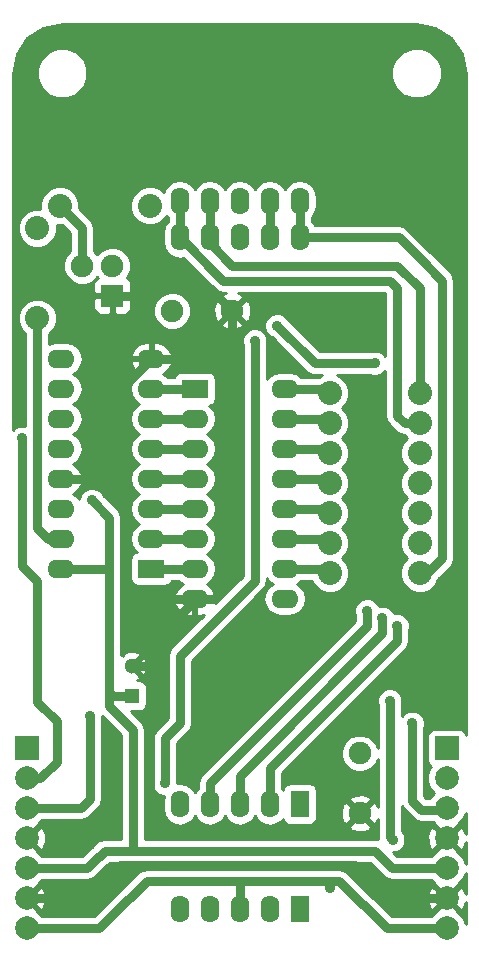
<source format=gbl>
G04 #@! TF.FileFunction,Copper,L2,Bot,Signal*
%FSLAX46Y46*%
G04 Gerber Fmt 4.6, Leading zero omitted, Abs format (unit mm)*
G04 Created by KiCad (PCBNEW 4.0.4-stable) date 01/06/17 15:37:10*
%MOMM*%
%LPD*%
G01*
G04 APERTURE LIST*
%ADD10C,0.150000*%
%ADD11R,1.574800X2.286000*%
%ADD12O,1.574800X2.286000*%
%ADD13C,1.300000*%
%ADD14R,1.300000X1.300000*%
%ADD15C,1.905000*%
%ADD16R,1.998980X1.998980*%
%ADD17C,1.998980*%
%ADD18R,1.905000X1.905000*%
%ADD19C,2.032000*%
%ADD20R,2.286000X1.574800*%
%ADD21O,2.286000X1.574800*%
%ADD22C,0.889000*%
%ADD23C,0.762000*%
%ADD24C,0.254000*%
G04 APERTURE END LIST*
D10*
D11*
X25109000Y14210000D03*
D12*
X22569000Y14210000D03*
X20029000Y14210000D03*
X17489000Y14210000D03*
X14949000Y14210000D03*
X14949000Y74154000D03*
X17489000Y74154000D03*
X20029000Y74154000D03*
X22569000Y74154000D03*
X25109000Y74154000D03*
D11*
X25109000Y23100000D03*
D12*
X22569000Y23100000D03*
X20029000Y23100000D03*
X17489000Y23100000D03*
X14949000Y23100000D03*
X14949000Y71106000D03*
X17489000Y71106000D03*
X20029000Y71106000D03*
X22569000Y71106000D03*
X25109000Y71106000D03*
D13*
X10885000Y34790000D03*
D14*
X10885000Y32290000D03*
D15*
X14314000Y64883000D03*
X19394000Y64883000D03*
X30189000Y27418000D03*
X30189000Y22338000D03*
D16*
X1995000Y27845000D03*
D17*
X1995000Y25305000D03*
X1995000Y22765000D03*
X1995000Y20225000D03*
X1995000Y17685000D03*
X1995000Y15145000D03*
X1995000Y12605000D03*
D16*
X37555000Y27845000D03*
D17*
X37555000Y25305000D03*
X37555000Y22765000D03*
X37555000Y20225000D03*
X37555000Y17685000D03*
X37555000Y15145000D03*
X37555000Y12605000D03*
D18*
X9234000Y66153000D03*
D15*
X9234000Y68693000D03*
X6694000Y68693000D03*
D19*
X2884000Y64248000D03*
X2884000Y71868000D03*
X12409000Y73773000D03*
X4789000Y73773000D03*
X27649000Y57898000D03*
X35269000Y57898000D03*
X27649000Y55358000D03*
X35269000Y55358000D03*
X27649000Y52818000D03*
X35269000Y52818000D03*
X27649000Y50278000D03*
X35269000Y50278000D03*
X27649000Y47738000D03*
X35269000Y47738000D03*
X27649000Y45198000D03*
X35269000Y45198000D03*
X27649000Y42658000D03*
X35269000Y42658000D03*
D20*
X12536000Y43039000D03*
D21*
X12536000Y45579000D03*
X12536000Y48119000D03*
X12536000Y50659000D03*
X12536000Y53199000D03*
X12536000Y55739000D03*
X12536000Y58279000D03*
X12536000Y60819000D03*
X4916000Y60819000D03*
X4916000Y58279000D03*
X4916000Y55739000D03*
X4916000Y53199000D03*
X4916000Y50659000D03*
X4916000Y48119000D03*
X4916000Y45579000D03*
X4916000Y43039000D03*
D20*
X16219000Y58279000D03*
D21*
X16219000Y55739000D03*
X16219000Y53199000D03*
X16219000Y50659000D03*
X16219000Y48119000D03*
X16219000Y45579000D03*
X16219000Y43039000D03*
X16219000Y40499000D03*
X23839000Y40499000D03*
X23839000Y43039000D03*
X23839000Y45579000D03*
X23839000Y48119000D03*
X23839000Y50659000D03*
X23839000Y53199000D03*
X23839000Y55739000D03*
X23839000Y58279000D03*
D22*
X7506800Y48830200D03*
X1614000Y54088000D03*
X7329000Y30593000D03*
X12409000Y20433000D03*
X32983000Y20098000D03*
X27649000Y15988000D03*
X32729000Y31863000D03*
X33364000Y38213000D03*
X32094000Y38848000D03*
X30824000Y39483000D03*
X13679000Y24878000D03*
X21299000Y62343000D03*
X23204000Y63613000D03*
X31459000Y60438000D03*
X34634000Y29958000D03*
D23*
X37555000Y17685000D02*
X32937000Y17685000D01*
X32937000Y17685000D02*
X31459000Y19163000D01*
X1995000Y17685000D02*
X7075000Y17685000D01*
X8091000Y18701000D02*
X8091000Y18655000D01*
X7075000Y17685000D02*
X8091000Y18701000D01*
X10885000Y32290000D02*
X8980000Y32290000D01*
X9107000Y32417000D02*
X8980000Y32417000D01*
X8980000Y32290000D02*
X9107000Y32417000D01*
X11012000Y19163000D02*
X10504000Y19163000D01*
X8091000Y18655000D02*
X8599000Y19163000D01*
X8599000Y19163000D02*
X10504000Y19163000D01*
X4916000Y43039000D02*
X8980000Y43039000D01*
X8980000Y47357000D02*
X7506800Y48830200D01*
X8980000Y44563000D02*
X8980000Y47357000D01*
X8980000Y43039000D02*
X8980000Y44563000D01*
X8980000Y47357000D02*
X7506800Y48830200D01*
X10504000Y19163000D02*
X29554000Y19163000D01*
X29554000Y19163000D02*
X31459000Y19163000D01*
X8980000Y36735000D02*
X8980000Y43039000D01*
X11012000Y29369000D02*
X11012000Y19163000D01*
X8980000Y31401000D02*
X11012000Y29369000D01*
X8980000Y34830000D02*
X8980000Y32417000D01*
X8980000Y32417000D02*
X8980000Y31401000D01*
X8980000Y36735000D02*
X8980000Y34830000D01*
X1995000Y25305000D02*
X3138000Y25305000D01*
X4535000Y30131000D02*
X2884000Y31782000D01*
X4535000Y26702000D02*
X4535000Y30131000D01*
X3138000Y25305000D02*
X4535000Y26702000D01*
X2884000Y42023000D02*
X1614000Y43293000D01*
X2884000Y31782000D02*
X2884000Y42023000D01*
X1614000Y43293000D02*
X1614000Y54088000D01*
X1995000Y22765000D02*
X6567000Y22765000D01*
X7329000Y23527000D02*
X7329000Y30593000D01*
X6567000Y22765000D02*
X7329000Y23527000D01*
X1995000Y15145000D02*
X7075000Y15145000D01*
X32602000Y15145000D02*
X37555000Y15145000D01*
X29808000Y17939000D02*
X32602000Y15145000D01*
X9869000Y17939000D02*
X29808000Y17939000D01*
X7075000Y15145000D02*
X9869000Y17939000D01*
X13552000Y34790000D02*
X13679000Y34790000D01*
X12409000Y20433000D02*
X12409000Y25513000D01*
X12409000Y25513000D02*
X12409000Y29323000D01*
X12409000Y29323000D02*
X13679000Y30593000D01*
X13679000Y30593000D02*
X13679000Y34957000D01*
X13679000Y34790000D02*
X13512000Y34957000D01*
X13512000Y34957000D02*
X13425000Y34957000D01*
X13425000Y34957000D02*
X13679000Y34957000D01*
X12409000Y20433000D02*
X12409000Y30004000D01*
X12409000Y30004000D02*
X13552000Y31147000D01*
X13552000Y31147000D02*
X13552000Y37751000D01*
X13552000Y34790000D02*
X13552000Y37751000D01*
X14568000Y38767000D02*
X14568000Y38721000D01*
X14568000Y38721000D02*
X16346000Y40499000D01*
X13552000Y37751000D02*
X14568000Y38767000D01*
X10885000Y34790000D02*
X13552000Y34790000D01*
X11393000Y40499000D02*
X10377000Y41515000D01*
X17870000Y40499000D02*
X19394000Y42023000D01*
X12409000Y66788000D02*
X17489000Y66788000D01*
X10377000Y58660000D02*
X12536000Y60819000D01*
X10377000Y53072000D02*
X10377000Y58660000D01*
X17489000Y66788000D02*
X19394000Y64883000D01*
X19394000Y61073000D02*
X19394000Y64883000D01*
X4916000Y50659000D02*
X10377000Y50659000D01*
X16346000Y40499000D02*
X17870000Y40499000D01*
X10377000Y50659000D02*
X10377000Y53072000D01*
X10377000Y41515000D02*
X10377000Y50659000D01*
X16219000Y60819000D02*
X19394000Y60819000D01*
X11774000Y66153000D02*
X12409000Y66788000D01*
X19394000Y60819000D02*
X19394000Y61073000D01*
X16346000Y40499000D02*
X11393000Y40499000D01*
X16219000Y60819000D02*
X12536000Y60819000D01*
X19394000Y42023000D02*
X19394000Y61073000D01*
X9234000Y66153000D02*
X11774000Y66153000D01*
X32729000Y23781000D02*
X32729000Y20352000D01*
X32729000Y20352000D02*
X32983000Y20098000D01*
X1995000Y12605000D02*
X8137000Y12605000D01*
X8137000Y12605000D02*
X12155000Y16623000D01*
X1995000Y12605000D02*
X8091000Y12605000D01*
X9742000Y14256000D02*
X9742000Y14210000D01*
X8091000Y12605000D02*
X9742000Y14256000D01*
X37555000Y12605000D02*
X32475000Y12605000D01*
X27649000Y16623000D02*
X28411000Y16623000D01*
X30443000Y14591000D02*
X28411000Y16623000D01*
X32475000Y12605000D02*
X30443000Y14637000D01*
X30443000Y14637000D02*
X30443000Y14591000D01*
X32729000Y31863000D02*
X32729000Y23781000D01*
X32729000Y23781000D02*
X32729000Y22130000D01*
X9742000Y14210000D02*
X12155000Y16623000D01*
X20029000Y16623000D02*
X25109000Y16623000D01*
X12155000Y16623000D02*
X20029000Y16623000D01*
X27649000Y15988000D02*
X27649000Y16623000D01*
X25109000Y16623000D02*
X27649000Y16623000D01*
X20029000Y14210000D02*
X20029000Y16623000D01*
X22569000Y23100000D02*
X22569000Y26148000D01*
X22569000Y26148000D02*
X33364000Y36943000D01*
X33364000Y36943000D02*
X33364000Y38213000D01*
X20029000Y23100000D02*
X20029000Y25513000D01*
X20029000Y25513000D02*
X32094000Y37578000D01*
X32094000Y37578000D02*
X32094000Y38848000D01*
X20029000Y23100000D02*
X20029000Y23608000D01*
X17489000Y23100000D02*
X17489000Y24878000D01*
X17489000Y24878000D02*
X30824000Y38213000D01*
X30824000Y38213000D02*
X30824000Y39483000D01*
X17489000Y23100000D02*
X17616000Y23100000D01*
X33364000Y55993000D02*
X33364000Y66788000D01*
X18632000Y67423000D02*
X14949000Y71106000D01*
X32729000Y67423000D02*
X18632000Y67423000D01*
X14949000Y71106000D02*
X14949000Y74154000D01*
X33364000Y66788000D02*
X32729000Y67423000D01*
X35269000Y55358000D02*
X33999000Y55358000D01*
X33999000Y55358000D02*
X33364000Y55993000D01*
X19394000Y68693000D02*
X33364000Y68693000D01*
X33364000Y68693000D02*
X35269000Y66788000D01*
X17489000Y70598000D02*
X19394000Y68693000D01*
X35269000Y66788000D02*
X35269000Y57898000D01*
X17489000Y71106000D02*
X17489000Y70598000D01*
X17489000Y71106000D02*
X17489000Y74154000D01*
X13679000Y24878000D02*
X13679000Y28688000D01*
X13679000Y28688000D02*
X14949000Y29958000D01*
X21299000Y42023000D02*
X21299000Y62343000D01*
X14949000Y35673000D02*
X21299000Y42023000D01*
X14949000Y29958000D02*
X14949000Y35673000D01*
X22569000Y71106000D02*
X22569000Y74154000D01*
X26379000Y60438000D02*
X31459000Y60438000D01*
X23204000Y63613000D02*
X26379000Y60438000D01*
X37174000Y43928000D02*
X37174000Y67423000D01*
X37174000Y67423000D02*
X35269000Y69328000D01*
X25109000Y71106000D02*
X33491000Y71106000D01*
X35904000Y42658000D02*
X37174000Y43928000D01*
X33491000Y71106000D02*
X35269000Y69328000D01*
X35269000Y42658000D02*
X35904000Y42658000D01*
X25109000Y71106000D02*
X25109000Y74154000D01*
X37428000Y22638000D02*
X35396000Y22638000D01*
X34634000Y23400000D02*
X35396000Y22638000D01*
X34634000Y23400000D02*
X34634000Y29958000D01*
X37428000Y22638000D02*
X37555000Y22765000D01*
X6694000Y71868000D02*
X4789000Y73773000D01*
X6694000Y68693000D02*
X6694000Y71868000D01*
X2884000Y64248000D02*
X2884000Y62978000D01*
X2884000Y46468000D02*
X2884000Y62978000D01*
X2884000Y62978000D02*
X2884000Y63613000D01*
X3773000Y45579000D02*
X2884000Y46468000D01*
X4916000Y45579000D02*
X3773000Y45579000D01*
X27268000Y58279000D02*
X27649000Y57898000D01*
X23966000Y58279000D02*
X27268000Y58279000D01*
X23966000Y55739000D02*
X27268000Y55739000D01*
X27268000Y55739000D02*
X27649000Y55358000D01*
X27268000Y53199000D02*
X27649000Y52818000D01*
X23966000Y53199000D02*
X27268000Y53199000D01*
X23966000Y50659000D02*
X27268000Y50659000D01*
X27268000Y50659000D02*
X27649000Y50278000D01*
X27268000Y48119000D02*
X27649000Y47738000D01*
X23966000Y48119000D02*
X27268000Y48119000D01*
X23966000Y45579000D02*
X27268000Y45579000D01*
X27268000Y45579000D02*
X27649000Y45198000D01*
X23966000Y43039000D02*
X27268000Y43039000D01*
X27268000Y43039000D02*
X27649000Y42658000D01*
X12536000Y43039000D02*
X16346000Y43039000D01*
X12536000Y45579000D02*
X16346000Y45579000D01*
X12536000Y48119000D02*
X16346000Y48119000D01*
X12536000Y50659000D02*
X16346000Y50659000D01*
X12536000Y53199000D02*
X16346000Y53199000D01*
X12536000Y55739000D02*
X16346000Y55739000D01*
X12536000Y58279000D02*
X16219000Y58279000D01*
D24*
G36*
X32218580Y16966579D02*
X32548193Y16746338D01*
X32937000Y16669000D01*
X36259724Y16669000D01*
X36595539Y16332599D01*
X36582443Y16297163D01*
X37555000Y15324605D01*
X38527557Y16297163D01*
X38514276Y16333099D01*
X38939846Y16757927D01*
X39174500Y17323037D01*
X39174500Y15534822D01*
X38973965Y16018958D01*
X38707163Y16117557D01*
X37734605Y15145000D01*
X38707163Y14172443D01*
X38973965Y14271042D01*
X39174500Y14810859D01*
X39174500Y12965660D01*
X38941462Y13529655D01*
X38514461Y13957401D01*
X38527557Y13992837D01*
X37555000Y14965395D01*
X36582443Y13992837D01*
X36595724Y13956901D01*
X36259236Y13621000D01*
X32895841Y13621000D01*
X31161420Y15355420D01*
X31080607Y15409418D01*
X35909599Y15409418D01*
X35933659Y14759623D01*
X36136035Y14271042D01*
X36402837Y14172443D01*
X37375395Y15145000D01*
X36402837Y16117557D01*
X36136035Y16018958D01*
X35909599Y15409418D01*
X31080607Y15409418D01*
X31022792Y15448049D01*
X29129420Y17341420D01*
X28799807Y17561662D01*
X28735300Y17574493D01*
X28411000Y17639000D01*
X12155000Y17639000D01*
X11830700Y17574493D01*
X11766193Y17561662D01*
X11436579Y17341420D01*
X9162211Y15067052D01*
X9023580Y14974421D01*
X7670160Y13621000D01*
X3290276Y13621000D01*
X2954461Y13957401D01*
X2967557Y13992837D01*
X1995000Y14965395D01*
X1980858Y14951252D01*
X1801252Y15130858D01*
X1815395Y15145000D01*
X2174605Y15145000D01*
X3147163Y14172443D01*
X3413965Y14271042D01*
X3640401Y14880582D01*
X3616341Y15530377D01*
X3413965Y16018958D01*
X3147163Y16117557D01*
X2174605Y15145000D01*
X1815395Y15145000D01*
X1801252Y15159142D01*
X1980858Y15338748D01*
X1995000Y15324605D01*
X2967557Y16297163D01*
X2954276Y16333099D01*
X3290764Y16669000D01*
X7075000Y16669000D01*
X7399300Y16733507D01*
X7463807Y16746338D01*
X7793420Y16966580D01*
X8670792Y17843951D01*
X8809420Y17936580D01*
X9019840Y18147000D01*
X31038160Y18147000D01*
X32218580Y16966579D01*
X32218580Y16966579D01*
G37*
X32218580Y16966579D02*
X32548193Y16746338D01*
X32937000Y16669000D01*
X36259724Y16669000D01*
X36595539Y16332599D01*
X36582443Y16297163D01*
X37555000Y15324605D01*
X38527557Y16297163D01*
X38514276Y16333099D01*
X38939846Y16757927D01*
X39174500Y17323037D01*
X39174500Y15534822D01*
X38973965Y16018958D01*
X38707163Y16117557D01*
X37734605Y15145000D01*
X38707163Y14172443D01*
X38973965Y14271042D01*
X39174500Y14810859D01*
X39174500Y12965660D01*
X38941462Y13529655D01*
X38514461Y13957401D01*
X38527557Y13992837D01*
X37555000Y14965395D01*
X36582443Y13992837D01*
X36595724Y13956901D01*
X36259236Y13621000D01*
X32895841Y13621000D01*
X31161420Y15355420D01*
X31080607Y15409418D01*
X35909599Y15409418D01*
X35933659Y14759623D01*
X36136035Y14271042D01*
X36402837Y14172443D01*
X37375395Y15145000D01*
X36402837Y16117557D01*
X36136035Y16018958D01*
X35909599Y15409418D01*
X31080607Y15409418D01*
X31022792Y15448049D01*
X29129420Y17341420D01*
X28799807Y17561662D01*
X28735300Y17574493D01*
X28411000Y17639000D01*
X12155000Y17639000D01*
X11830700Y17574493D01*
X11766193Y17561662D01*
X11436579Y17341420D01*
X9162211Y15067052D01*
X9023580Y14974421D01*
X7670160Y13621000D01*
X3290276Y13621000D01*
X2954461Y13957401D01*
X2967557Y13992837D01*
X1995000Y14965395D01*
X1980858Y14951252D01*
X1801252Y15130858D01*
X1815395Y15145000D01*
X2174605Y15145000D01*
X3147163Y14172443D01*
X3413965Y14271042D01*
X3640401Y14880582D01*
X3616341Y15530377D01*
X3413965Y16018958D01*
X3147163Y16117557D01*
X2174605Y15145000D01*
X1815395Y15145000D01*
X1801252Y15159142D01*
X1980858Y15338748D01*
X1995000Y15324605D01*
X2967557Y16297163D01*
X2954276Y16333099D01*
X3290764Y16669000D01*
X7075000Y16669000D01*
X7399300Y16733507D01*
X7463807Y16746338D01*
X7793420Y16966580D01*
X8670792Y17843951D01*
X8809420Y17936580D01*
X9019840Y18147000D01*
X31038160Y18147000D01*
X32218580Y16966579D01*
G36*
X33915580Y22681580D02*
X34677580Y21919579D01*
X35007193Y21699338D01*
X35071700Y21686507D01*
X35396000Y21622000D01*
X36386502Y21622000D01*
X36595539Y21412599D01*
X36582443Y21377163D01*
X37555000Y20404605D01*
X38527557Y21377163D01*
X38514276Y21413099D01*
X38939846Y21837927D01*
X39174500Y22403037D01*
X39174500Y20614822D01*
X38973965Y21098958D01*
X38707163Y21197557D01*
X37734605Y20225000D01*
X38707163Y19252443D01*
X38973965Y19351042D01*
X39174500Y19890859D01*
X39174500Y18045660D01*
X38941462Y18609655D01*
X38514461Y19037401D01*
X38527557Y19072837D01*
X37555000Y20045395D01*
X36582443Y19072837D01*
X36595724Y19036901D01*
X36259236Y18701000D01*
X33357841Y18701000D01*
X33040391Y19018449D01*
X33196784Y19018313D01*
X33593689Y19182311D01*
X33897622Y19485714D01*
X34062313Y19882332D01*
X34062687Y20311784D01*
X33989291Y20489418D01*
X35909599Y20489418D01*
X35933659Y19839623D01*
X36136035Y19351042D01*
X36402837Y19252443D01*
X37375395Y20225000D01*
X36402837Y21197557D01*
X36136035Y21098958D01*
X35909599Y20489418D01*
X33989291Y20489418D01*
X33898689Y20708689D01*
X33745000Y20862646D01*
X33745000Y22936869D01*
X33915580Y22681580D01*
X33915580Y22681580D01*
G37*
X33915580Y22681580D02*
X34677580Y21919579D01*
X35007193Y21699338D01*
X35071700Y21686507D01*
X35396000Y21622000D01*
X36386502Y21622000D01*
X36595539Y21412599D01*
X36582443Y21377163D01*
X37555000Y20404605D01*
X38527557Y21377163D01*
X38514276Y21413099D01*
X38939846Y21837927D01*
X39174500Y22403037D01*
X39174500Y20614822D01*
X38973965Y21098958D01*
X38707163Y21197557D01*
X37734605Y20225000D01*
X38707163Y19252443D01*
X38973965Y19351042D01*
X39174500Y19890859D01*
X39174500Y18045660D01*
X38941462Y18609655D01*
X38514461Y19037401D01*
X38527557Y19072837D01*
X37555000Y20045395D01*
X36582443Y19072837D01*
X36595724Y19036901D01*
X36259236Y18701000D01*
X33357841Y18701000D01*
X33040391Y19018449D01*
X33196784Y19018313D01*
X33593689Y19182311D01*
X33897622Y19485714D01*
X34062313Y19882332D01*
X34062687Y20311784D01*
X33989291Y20489418D01*
X35909599Y20489418D01*
X35933659Y19839623D01*
X36136035Y19351042D01*
X36402837Y19252443D01*
X37375395Y20225000D01*
X36402837Y21197557D01*
X36136035Y21098958D01*
X35909599Y20489418D01*
X33989291Y20489418D01*
X33898689Y20708689D01*
X33745000Y20862646D01*
X33745000Y22936869D01*
X33915580Y22681580D01*
G36*
X9996000Y28948159D02*
X9996000Y20179000D01*
X8599000Y20179000D01*
X8210194Y20101662D01*
X8125985Y20045395D01*
X7880579Y19881420D01*
X7511212Y19512052D01*
X7372580Y19419421D01*
X6654160Y18701000D01*
X3290276Y18701000D01*
X2954461Y19037401D01*
X2967557Y19072837D01*
X1995000Y20045395D01*
X1980858Y20031252D01*
X1801252Y20210858D01*
X1815395Y20225000D01*
X2174605Y20225000D01*
X3147163Y19252443D01*
X3413965Y19351042D01*
X3640401Y19960582D01*
X3616341Y20610377D01*
X3413965Y21098958D01*
X3147163Y21197557D01*
X2174605Y20225000D01*
X1815395Y20225000D01*
X1801252Y20239142D01*
X1980858Y20418748D01*
X1995000Y20404605D01*
X2967557Y21377163D01*
X2954276Y21413099D01*
X3290764Y21749000D01*
X6567000Y21749000D01*
X6891300Y21813507D01*
X6955807Y21826338D01*
X7285420Y22046580D01*
X8047421Y22808580D01*
X8267662Y23138193D01*
X8295183Y23276554D01*
X8345000Y23527000D01*
X8345000Y30224858D01*
X8408313Y30377332D01*
X8408451Y30535709D01*
X9996000Y28948159D01*
X9996000Y28948159D01*
G37*
X9996000Y28948159D02*
X9996000Y20179000D01*
X8599000Y20179000D01*
X8210194Y20101662D01*
X8125985Y20045395D01*
X7880579Y19881420D01*
X7511212Y19512052D01*
X7372580Y19419421D01*
X6654160Y18701000D01*
X3290276Y18701000D01*
X2954461Y19037401D01*
X2967557Y19072837D01*
X1995000Y20045395D01*
X1980858Y20031252D01*
X1801252Y20210858D01*
X1815395Y20225000D01*
X2174605Y20225000D01*
X3147163Y19252443D01*
X3413965Y19351042D01*
X3640401Y19960582D01*
X3616341Y20610377D01*
X3413965Y21098958D01*
X3147163Y21197557D01*
X2174605Y20225000D01*
X1815395Y20225000D01*
X1801252Y20239142D01*
X1980858Y20418748D01*
X1995000Y20404605D01*
X2967557Y21377163D01*
X2954276Y21413099D01*
X3290764Y21749000D01*
X6567000Y21749000D01*
X6891300Y21813507D01*
X6955807Y21826338D01*
X7285420Y22046580D01*
X8047421Y22808580D01*
X8267662Y23138193D01*
X8295183Y23276554D01*
X8345000Y23527000D01*
X8345000Y30224858D01*
X8408313Y30377332D01*
X8408451Y30535709D01*
X9996000Y28948159D01*
G36*
X36591323Y88841794D02*
X37940382Y87940382D01*
X38841794Y86591322D01*
X39174500Y84918697D01*
X39174500Y28990268D01*
X39157652Y29079807D01*
X39018580Y29295931D01*
X38806380Y29440921D01*
X38554490Y29491930D01*
X36555510Y29491930D01*
X36320193Y29447652D01*
X36104069Y29308580D01*
X35959079Y29096380D01*
X35908070Y28844490D01*
X35908070Y26845510D01*
X35952348Y26610193D01*
X36091420Y26394069D01*
X36234500Y26296307D01*
X36170154Y26232073D01*
X35920794Y25631547D01*
X35920226Y24981306D01*
X36168538Y24380345D01*
X36513480Y24034801D01*
X36170154Y23692073D01*
X36154345Y23654000D01*
X35816841Y23654000D01*
X35650000Y23820840D01*
X35650000Y29589858D01*
X35713313Y29742332D01*
X35713687Y30171784D01*
X35549689Y30568689D01*
X35246286Y30872622D01*
X34849668Y31037313D01*
X34420216Y31037687D01*
X34023311Y30873689D01*
X33745000Y30595863D01*
X33745000Y31494858D01*
X33808313Y31647332D01*
X33808687Y32076784D01*
X33644689Y32473689D01*
X33341286Y32777622D01*
X32944668Y32942313D01*
X32515216Y32942687D01*
X32118311Y32778689D01*
X31814378Y32475286D01*
X31649687Y32078668D01*
X31649313Y31649216D01*
X31713000Y31495082D01*
X31713000Y27886735D01*
X31535602Y28316072D01*
X31089421Y28763032D01*
X30506159Y29005224D01*
X29874612Y29005775D01*
X29290928Y28764602D01*
X28843968Y28318421D01*
X28601776Y27735159D01*
X28601225Y27103612D01*
X28842398Y26519928D01*
X29288579Y26072968D01*
X29871841Y25830776D01*
X30503388Y25830225D01*
X31087072Y26071398D01*
X31534032Y26517579D01*
X31713000Y26948581D01*
X31713000Y22836277D01*
X31569088Y23183712D01*
X31307159Y23276554D01*
X30368605Y22338000D01*
X31307159Y21399446D01*
X31569088Y21492288D01*
X31713000Y21882383D01*
X31713000Y20352000D01*
X31759293Y20119268D01*
X31459000Y20179000D01*
X12028000Y20179000D01*
X12028000Y21219841D01*
X29250446Y21219841D01*
X29343288Y20957912D01*
X29935801Y20739325D01*
X30566861Y20764122D01*
X31034712Y20957912D01*
X31127554Y21219841D01*
X30189000Y22158395D01*
X29250446Y21219841D01*
X12028000Y21219841D01*
X12028000Y29369000D01*
X11950662Y29757806D01*
X11950662Y29757807D01*
X11730421Y30087420D01*
X10825281Y30992560D01*
X11535000Y30992560D01*
X11770317Y31036838D01*
X11986441Y31175910D01*
X12131431Y31388110D01*
X12182440Y31640000D01*
X12182440Y32940000D01*
X12138162Y33175317D01*
X11999090Y33391441D01*
X11786890Y33536431D01*
X11535000Y33587440D01*
X11372615Y33587440D01*
X11548729Y33660389D01*
X11604410Y33890984D01*
X10885000Y34610395D01*
X10870858Y34596252D01*
X10691252Y34775858D01*
X10705395Y34790000D01*
X11064605Y34790000D01*
X11784016Y34070590D01*
X12014611Y34126271D01*
X12182622Y34609078D01*
X12153083Y35119428D01*
X12014611Y35453729D01*
X11784016Y35509410D01*
X11064605Y34790000D01*
X10705395Y34790000D01*
X10691252Y34804142D01*
X10870858Y34983748D01*
X10885000Y34969605D01*
X11604410Y35689016D01*
X11548729Y35919611D01*
X11065922Y36087622D01*
X10555572Y36058083D01*
X10221271Y35919611D01*
X10165590Y35689018D01*
X10050130Y35804478D01*
X9996000Y35750348D01*
X9996000Y40151940D01*
X14483990Y40151940D01*
X14500673Y40072004D01*
X14767809Y39583014D01*
X15201738Y39233475D01*
X15736400Y39076600D01*
X16092000Y39076600D01*
X16092000Y40372000D01*
X14606148Y40372000D01*
X14483990Y40151940D01*
X9996000Y40151940D01*
X9996000Y47357000D01*
X9918662Y47745806D01*
X9845581Y47855179D01*
X9698420Y48075421D01*
X8485536Y49288304D01*
X8422489Y49440889D01*
X8119086Y49744822D01*
X7722468Y49909513D01*
X7293016Y49909887D01*
X6896111Y49745889D01*
X6592178Y49442486D01*
X6427487Y49045868D01*
X6427406Y48952404D01*
X6312222Y49124789D01*
X5917170Y49388754D01*
X5933262Y49393475D01*
X6367191Y49743014D01*
X6634327Y50232004D01*
X6651010Y50311940D01*
X6528852Y50532000D01*
X5043000Y50532000D01*
X5043000Y50512000D01*
X4789000Y50512000D01*
X4789000Y50532000D01*
X4769000Y50532000D01*
X4769000Y50786000D01*
X4789000Y50786000D01*
X4789000Y50806000D01*
X5043000Y50806000D01*
X5043000Y50786000D01*
X6528852Y50786000D01*
X6651010Y51006060D01*
X6634327Y51085996D01*
X6367191Y51574986D01*
X5933262Y51924525D01*
X5917170Y51929246D01*
X6312222Y52193211D01*
X6620559Y52654671D01*
X6728833Y53199000D01*
X6620559Y53743329D01*
X6312222Y54204789D01*
X5916801Y54469000D01*
X6312222Y54733211D01*
X6620559Y55194671D01*
X6728833Y55739000D01*
X6620559Y56283329D01*
X6312222Y56744789D01*
X5916801Y57009000D01*
X6312222Y57273211D01*
X6620559Y57734671D01*
X6728833Y58279000D01*
X10723167Y58279000D01*
X10831441Y57734671D01*
X11139778Y57273211D01*
X11535199Y57009000D01*
X11139778Y56744789D01*
X10831441Y56283329D01*
X10723167Y55739000D01*
X10831441Y55194671D01*
X11139778Y54733211D01*
X11535199Y54469000D01*
X11139778Y54204789D01*
X10831441Y53743329D01*
X10723167Y53199000D01*
X10831441Y52654671D01*
X11139778Y52193211D01*
X11535199Y51929000D01*
X11139778Y51664789D01*
X10831441Y51203329D01*
X10723167Y50659000D01*
X10831441Y50114671D01*
X11139778Y49653211D01*
X11535199Y49389000D01*
X11139778Y49124789D01*
X10831441Y48663329D01*
X10723167Y48119000D01*
X10831441Y47574671D01*
X11139778Y47113211D01*
X11535199Y46849000D01*
X11139778Y46584789D01*
X10831441Y46123329D01*
X10723167Y45579000D01*
X10831441Y45034671D01*
X11139778Y44573211D01*
X11311460Y44458497D01*
X11157683Y44429562D01*
X10941559Y44290490D01*
X10796569Y44078290D01*
X10745560Y43826400D01*
X10745560Y42251600D01*
X10789838Y42016283D01*
X10928910Y41800159D01*
X11141110Y41655169D01*
X11393000Y41604160D01*
X13679000Y41604160D01*
X13914317Y41648438D01*
X14130441Y41787510D01*
X14275431Y41999710D01*
X14280147Y42023000D01*
X14838060Y42023000D01*
X15217830Y41769246D01*
X15201738Y41764525D01*
X14767809Y41414986D01*
X14500673Y40925996D01*
X14483990Y40846060D01*
X14606148Y40626000D01*
X16092000Y40626000D01*
X16092000Y40646000D01*
X16346000Y40646000D01*
X16346000Y40626000D01*
X17831852Y40626000D01*
X17954010Y40846060D01*
X17937327Y40925996D01*
X17670191Y41414986D01*
X17236262Y41764525D01*
X17220170Y41769246D01*
X17615222Y42033211D01*
X17923559Y42494671D01*
X18031833Y43039000D01*
X17923559Y43583329D01*
X17615222Y44044789D01*
X17219801Y44309000D01*
X17615222Y44573211D01*
X17923559Y45034671D01*
X18031833Y45579000D01*
X17923559Y46123329D01*
X17615222Y46584789D01*
X17219801Y46849000D01*
X17615222Y47113211D01*
X17923559Y47574671D01*
X18031833Y48119000D01*
X17923559Y48663329D01*
X17615222Y49124789D01*
X17219801Y49389000D01*
X17615222Y49653211D01*
X17923559Y50114671D01*
X18031833Y50659000D01*
X17923559Y51203329D01*
X17615222Y51664789D01*
X17219801Y51929000D01*
X17615222Y52193211D01*
X17923559Y52654671D01*
X18031833Y53199000D01*
X17923559Y53743329D01*
X17615222Y54204789D01*
X17219801Y54469000D01*
X17615222Y54733211D01*
X17923559Y55194671D01*
X18031833Y55739000D01*
X17923559Y56283329D01*
X17615222Y56744789D01*
X17443540Y56859503D01*
X17597317Y56888438D01*
X17813441Y57027510D01*
X17958431Y57239710D01*
X18009440Y57491600D01*
X18009440Y59066400D01*
X17965162Y59301717D01*
X17826090Y59517841D01*
X17613890Y59662831D01*
X17362000Y59713840D01*
X15076000Y59713840D01*
X14840683Y59669562D01*
X14624559Y59530490D01*
X14479569Y59318290D01*
X14474853Y59295000D01*
X13916940Y59295000D01*
X13537170Y59548754D01*
X13553262Y59553475D01*
X13987191Y59903014D01*
X14254327Y60392004D01*
X14271010Y60471940D01*
X14148852Y60692000D01*
X12663000Y60692000D01*
X12663000Y60672000D01*
X12409000Y60672000D01*
X12409000Y60692000D01*
X10923148Y60692000D01*
X10800990Y60471940D01*
X10817673Y60392004D01*
X11084809Y59903014D01*
X11518738Y59553475D01*
X11534830Y59548754D01*
X11139778Y59284789D01*
X10831441Y58823329D01*
X10723167Y58279000D01*
X6728833Y58279000D01*
X6620559Y58823329D01*
X6312222Y59284789D01*
X5916801Y59549000D01*
X6312222Y59813211D01*
X6620559Y60274671D01*
X6728833Y60819000D01*
X6659799Y61166060D01*
X10800990Y61166060D01*
X10923148Y60946000D01*
X12409000Y60946000D01*
X12409000Y62241400D01*
X12663000Y62241400D01*
X12663000Y60946000D01*
X14148852Y60946000D01*
X14271010Y61166060D01*
X14254327Y61245996D01*
X13987191Y61734986D01*
X13553262Y62084525D01*
X13018600Y62241400D01*
X12663000Y62241400D01*
X12409000Y62241400D01*
X12053400Y62241400D01*
X11518738Y62084525D01*
X11084809Y61734986D01*
X10817673Y61245996D01*
X10800990Y61166060D01*
X6659799Y61166060D01*
X6620559Y61363329D01*
X6312222Y61824789D01*
X5850762Y62133126D01*
X5306433Y62241400D01*
X4525567Y62241400D01*
X3981238Y62133126D01*
X3900000Y62078845D01*
X3900000Y62929396D01*
X4282834Y63311563D01*
X4534713Y63918155D01*
X4535286Y64574963D01*
X4284466Y65181995D01*
X3820437Y65646834D01*
X3289617Y65867250D01*
X7646500Y65867250D01*
X7646500Y65074191D01*
X7743173Y64840802D01*
X7921801Y64662173D01*
X8155190Y64565500D01*
X8948250Y64565500D01*
X9107000Y64724250D01*
X9107000Y66026000D01*
X9361000Y66026000D01*
X9361000Y64724250D01*
X9519750Y64565500D01*
X10312810Y64565500D01*
X10320323Y64568612D01*
X12726225Y64568612D01*
X12967398Y63984928D01*
X13413579Y63537968D01*
X13996841Y63295776D01*
X14628388Y63295225D01*
X15212072Y63536398D01*
X15440913Y63764841D01*
X18455446Y63764841D01*
X18548288Y63502912D01*
X19140801Y63284325D01*
X19771861Y63309122D01*
X20239712Y63502912D01*
X20332554Y63764841D01*
X19394000Y64703395D01*
X18455446Y63764841D01*
X15440913Y63764841D01*
X15659032Y63982579D01*
X15901224Y64565841D01*
X15901721Y65136199D01*
X17795325Y65136199D01*
X17820122Y64505139D01*
X18013912Y64037288D01*
X18275841Y63944446D01*
X19214395Y64883000D01*
X19573605Y64883000D01*
X20512159Y63944446D01*
X20774088Y64037288D01*
X20992675Y64629801D01*
X20967878Y65260861D01*
X20774088Y65728712D01*
X20512159Y65821554D01*
X19573605Y64883000D01*
X19214395Y64883000D01*
X18275841Y65821554D01*
X18013912Y65728712D01*
X17795325Y65136199D01*
X15901721Y65136199D01*
X15901775Y65197388D01*
X15660602Y65781072D01*
X15214421Y66228032D01*
X14631159Y66470224D01*
X13999612Y66470775D01*
X13415928Y66229602D01*
X12968968Y65783421D01*
X12726776Y65200159D01*
X12726225Y64568612D01*
X10320323Y64568612D01*
X10546199Y64662173D01*
X10724827Y64840802D01*
X10821500Y65074191D01*
X10821500Y65867250D01*
X10662750Y66026000D01*
X9361000Y66026000D01*
X9107000Y66026000D01*
X7805250Y66026000D01*
X7646500Y65867250D01*
X3289617Y65867250D01*
X3213845Y65898713D01*
X2557037Y65899286D01*
X1950005Y65648466D01*
X1485166Y65184437D01*
X1233287Y64577845D01*
X1232714Y63921037D01*
X1483534Y63314005D01*
X1868000Y62928868D01*
X1868000Y55151396D01*
X1829668Y55167313D01*
X1400216Y55167687D01*
X1003311Y55003689D01*
X825500Y54826188D01*
X825500Y71541037D01*
X1232714Y71541037D01*
X1483534Y70934005D01*
X1947563Y70469166D01*
X2554155Y70217287D01*
X3210963Y70216714D01*
X3817995Y70467534D01*
X4282834Y70931563D01*
X4534713Y71538155D01*
X4535223Y72122221D01*
X5003347Y72121812D01*
X5678000Y71447159D01*
X5678000Y69921880D01*
X5348968Y69593421D01*
X5106776Y69010159D01*
X5106225Y68378612D01*
X5347398Y67794928D01*
X5793579Y67347968D01*
X6376841Y67105776D01*
X7008388Y67105225D01*
X7592072Y67346398D01*
X7964257Y67717935D01*
X8004175Y67677947D01*
X7921801Y67643827D01*
X7743173Y67465198D01*
X7646500Y67231809D01*
X7646500Y66438750D01*
X7805250Y66280000D01*
X9107000Y66280000D01*
X9107000Y66300000D01*
X9361000Y66300000D01*
X9361000Y66280000D01*
X10662750Y66280000D01*
X10821500Y66438750D01*
X10821500Y67231809D01*
X10724827Y67465198D01*
X10546199Y67643827D01*
X10464090Y67677838D01*
X10579032Y67792579D01*
X10821224Y68375841D01*
X10821775Y69007388D01*
X10580602Y69591072D01*
X10134421Y70038032D01*
X9551159Y70280224D01*
X8919612Y70280775D01*
X8335928Y70039602D01*
X7963743Y69668065D01*
X7710000Y69922251D01*
X7710000Y71868000D01*
X7632662Y72256806D01*
X7632662Y72256807D01*
X7412421Y72586420D01*
X6552804Y73446037D01*
X10757714Y73446037D01*
X11008534Y72839005D01*
X11472563Y72374166D01*
X12079155Y72122287D01*
X12735963Y72121714D01*
X13342995Y72372534D01*
X13807834Y72836563D01*
X13839543Y72912928D01*
X13933000Y72773060D01*
X13933000Y72486940D01*
X13634874Y72040762D01*
X13526600Y71496433D01*
X13526600Y70715567D01*
X13634874Y70171238D01*
X13943211Y69709778D01*
X14404671Y69401441D01*
X14949000Y69293167D01*
X15262611Y69355548D01*
X17913580Y66704579D01*
X18243193Y66484338D01*
X18632000Y66407000D01*
X18895723Y66407000D01*
X18548288Y66263088D01*
X18455446Y66001159D01*
X19394000Y65062605D01*
X20332554Y66001159D01*
X20239712Y66263088D01*
X19849617Y66407000D01*
X32308160Y66407000D01*
X32348000Y66367159D01*
X32348000Y61075425D01*
X32071286Y61352622D01*
X31674668Y61517313D01*
X31245216Y61517687D01*
X31091082Y61454000D01*
X26799841Y61454000D01*
X24182736Y64071104D01*
X24119689Y64223689D01*
X23816286Y64527622D01*
X23419668Y64692313D01*
X22990216Y64692687D01*
X22593311Y64528689D01*
X22289378Y64225286D01*
X22124687Y63828668D01*
X22124313Y63399216D01*
X22288311Y63002311D01*
X22591714Y62698378D01*
X22745739Y62634421D01*
X25660579Y59719580D01*
X25990193Y59499338D01*
X26054700Y59486507D01*
X26379000Y59422000D01*
X27013981Y59422000D01*
X26715005Y59298466D01*
X26711533Y59295000D01*
X25219940Y59295000D01*
X24773762Y59593126D01*
X24229433Y59701400D01*
X23448567Y59701400D01*
X22904238Y59593126D01*
X22442778Y59284789D01*
X22315000Y59093555D01*
X22315000Y61974858D01*
X22378313Y62127332D01*
X22378687Y62556784D01*
X22214689Y62953689D01*
X21911286Y63257622D01*
X21514668Y63422313D01*
X21085216Y63422687D01*
X20688311Y63258689D01*
X20384378Y62955286D01*
X20219687Y62558668D01*
X20219313Y62129216D01*
X20283000Y61975082D01*
X20283000Y42443841D01*
X17944228Y40105068D01*
X17954010Y40151940D01*
X17831852Y40372000D01*
X16346000Y40372000D01*
X16346000Y39076600D01*
X16701600Y39076600D01*
X17004689Y39165529D01*
X14230580Y36391420D01*
X14010338Y36061807D01*
X14010338Y36061806D01*
X13933000Y35673000D01*
X13933000Y30378841D01*
X12960580Y29406420D01*
X12740338Y29076807D01*
X12728907Y29019338D01*
X12663000Y28688000D01*
X12663000Y25246142D01*
X12599687Y25093668D01*
X12599313Y24664216D01*
X12763311Y24267311D01*
X13066714Y23963378D01*
X13463332Y23798687D01*
X13587894Y23798579D01*
X13526600Y23490433D01*
X13526600Y22709567D01*
X13634874Y22165238D01*
X13943211Y21703778D01*
X14404671Y21395441D01*
X14949000Y21287167D01*
X15493329Y21395441D01*
X15954789Y21703778D01*
X16219000Y22099199D01*
X16483211Y21703778D01*
X16944671Y21395441D01*
X17489000Y21287167D01*
X18033329Y21395441D01*
X18494789Y21703778D01*
X18759000Y22099199D01*
X19023211Y21703778D01*
X19484671Y21395441D01*
X20029000Y21287167D01*
X20573329Y21395441D01*
X21034789Y21703778D01*
X21299000Y22099199D01*
X21563211Y21703778D01*
X22024671Y21395441D01*
X22569000Y21287167D01*
X23113329Y21395441D01*
X23574789Y21703778D01*
X23689503Y21875460D01*
X23718438Y21721683D01*
X23857510Y21505559D01*
X24069710Y21360569D01*
X24321600Y21309560D01*
X25896400Y21309560D01*
X26131717Y21353838D01*
X26347841Y21492910D01*
X26492831Y21705110D01*
X26543840Y21957000D01*
X26543840Y22591199D01*
X28590325Y22591199D01*
X28615122Y21960139D01*
X28808912Y21492288D01*
X29070841Y21399446D01*
X30009395Y22338000D01*
X29070841Y23276554D01*
X28808912Y23183712D01*
X28590325Y22591199D01*
X26543840Y22591199D01*
X26543840Y23456159D01*
X29250446Y23456159D01*
X30189000Y22517605D01*
X31127554Y23456159D01*
X31034712Y23718088D01*
X30442199Y23936675D01*
X29811139Y23911878D01*
X29343288Y23718088D01*
X29250446Y23456159D01*
X26543840Y23456159D01*
X26543840Y24243000D01*
X26499562Y24478317D01*
X26360490Y24694441D01*
X26148290Y24839431D01*
X25896400Y24890440D01*
X24321600Y24890440D01*
X24086283Y24846162D01*
X23870159Y24707090D01*
X23725169Y24494890D01*
X23690400Y24323197D01*
X23585000Y24480940D01*
X23585000Y25727160D01*
X34082420Y36224579D01*
X34302661Y36554193D01*
X34302662Y36554194D01*
X34380000Y36943000D01*
X34380000Y37844858D01*
X34443313Y37997332D01*
X34443687Y38426784D01*
X34279689Y38823689D01*
X33976286Y39127622D01*
X33579668Y39292313D01*
X33150216Y39292687D01*
X33088770Y39267298D01*
X33009689Y39458689D01*
X32706286Y39762622D01*
X32309668Y39927313D01*
X31880216Y39927687D01*
X31818770Y39902298D01*
X31739689Y40093689D01*
X31436286Y40397622D01*
X31039668Y40562313D01*
X30610216Y40562687D01*
X30213311Y40398689D01*
X29909378Y40095286D01*
X29744687Y39698668D01*
X29744313Y39269216D01*
X29808000Y39115082D01*
X29808000Y38633841D01*
X16770580Y25596420D01*
X16550338Y25266807D01*
X16550338Y25266806D01*
X16473000Y24878000D01*
X16473000Y24480940D01*
X16219000Y24100801D01*
X15954789Y24496222D01*
X15493329Y24804559D01*
X14949000Y24912833D01*
X14758498Y24874940D01*
X14758687Y25091784D01*
X14695000Y25245918D01*
X14695000Y28267160D01*
X15667420Y29239579D01*
X15887661Y29569193D01*
X15887662Y29569194D01*
X15965000Y29958000D01*
X15965000Y35252160D01*
X22017420Y41304579D01*
X22237662Y41634193D01*
X22270674Y41800159D01*
X22315000Y42023000D01*
X22315000Y42224445D01*
X22442778Y42033211D01*
X22838199Y41769000D01*
X22442778Y41504789D01*
X22134441Y41043329D01*
X22026167Y40499000D01*
X22134441Y39954671D01*
X22442778Y39493211D01*
X22904238Y39184874D01*
X23448567Y39076600D01*
X24229433Y39076600D01*
X24773762Y39184874D01*
X25235222Y39493211D01*
X25543559Y39954671D01*
X25651833Y40499000D01*
X25543559Y41043329D01*
X25235222Y41504789D01*
X24839801Y41769000D01*
X25219940Y42023000D01*
X26124992Y42023000D01*
X26248534Y41724005D01*
X26712563Y41259166D01*
X27319155Y41007287D01*
X27975963Y41006714D01*
X28582995Y41257534D01*
X29047834Y41721563D01*
X29299713Y42328155D01*
X29300286Y42984963D01*
X29049466Y43591995D01*
X28713868Y43928179D01*
X29047834Y44261563D01*
X29299713Y44868155D01*
X29300286Y45524963D01*
X29049466Y46131995D01*
X28713868Y46468179D01*
X29047834Y46801563D01*
X29299713Y47408155D01*
X29300286Y48064963D01*
X29049466Y48671995D01*
X28713868Y49008179D01*
X29047834Y49341563D01*
X29299713Y49948155D01*
X29300286Y50604963D01*
X29049466Y51211995D01*
X28713868Y51548179D01*
X29047834Y51881563D01*
X29299713Y52488155D01*
X29300286Y53144963D01*
X29049466Y53751995D01*
X28713868Y54088179D01*
X29047834Y54421563D01*
X29299713Y55028155D01*
X29300286Y55684963D01*
X29049466Y56291995D01*
X28713868Y56628179D01*
X29047834Y56961563D01*
X29299713Y57568155D01*
X29300286Y58224963D01*
X29049466Y58831995D01*
X28585437Y59296834D01*
X28284004Y59422000D01*
X31090858Y59422000D01*
X31243332Y59358687D01*
X31672784Y59358313D01*
X32069689Y59522311D01*
X32348000Y59800137D01*
X32348000Y55993000D01*
X32396971Y55746807D01*
X32425338Y55604193D01*
X32645580Y55274580D01*
X33280580Y54639579D01*
X33610193Y54419338D01*
X33938354Y54354063D01*
X34204132Y54087821D01*
X33870166Y53754437D01*
X33618287Y53147845D01*
X33617714Y52491037D01*
X33868534Y51884005D01*
X34204132Y51547821D01*
X33870166Y51214437D01*
X33618287Y50607845D01*
X33617714Y49951037D01*
X33868534Y49344005D01*
X34204132Y49007821D01*
X33870166Y48674437D01*
X33618287Y48067845D01*
X33617714Y47411037D01*
X33868534Y46804005D01*
X34204132Y46467821D01*
X33870166Y46134437D01*
X33618287Y45527845D01*
X33617714Y44871037D01*
X33868534Y44264005D01*
X34204132Y43927821D01*
X33870166Y43594437D01*
X33618287Y42987845D01*
X33617714Y42331037D01*
X33868534Y41724005D01*
X34332563Y41259166D01*
X34939155Y41007287D01*
X35595963Y41006714D01*
X36202995Y41257534D01*
X36667834Y41721563D01*
X36854894Y42172054D01*
X37892420Y43209579D01*
X38112661Y43539193D01*
X38112662Y43539194D01*
X38190000Y43928000D01*
X38190000Y67423000D01*
X38124093Y67754338D01*
X38112662Y67811807D01*
X37892421Y68141420D01*
X35987423Y70046417D01*
X35987421Y70046420D01*
X34209420Y71824420D01*
X33879807Y72044662D01*
X33815300Y72057493D01*
X33491000Y72122000D01*
X26368845Y72122000D01*
X26125000Y72486940D01*
X26125000Y72773060D01*
X26423126Y73219238D01*
X26531400Y73763567D01*
X26531400Y74544433D01*
X26423126Y75088762D01*
X26114789Y75550222D01*
X25653329Y75858559D01*
X25109000Y75966833D01*
X24564671Y75858559D01*
X24103211Y75550222D01*
X23839000Y75154801D01*
X23574789Y75550222D01*
X23113329Y75858559D01*
X22569000Y75966833D01*
X22024671Y75858559D01*
X21563211Y75550222D01*
X21299000Y75154801D01*
X21034789Y75550222D01*
X20573329Y75858559D01*
X20029000Y75966833D01*
X19484671Y75858559D01*
X19023211Y75550222D01*
X18759000Y75154801D01*
X18494789Y75550222D01*
X18033329Y75858559D01*
X17489000Y75966833D01*
X16944671Y75858559D01*
X16483211Y75550222D01*
X16219000Y75154801D01*
X15954789Y75550222D01*
X15493329Y75858559D01*
X14949000Y75966833D01*
X14404671Y75858559D01*
X13943211Y75550222D01*
X13634874Y75088762D01*
X13600562Y74916264D01*
X13345437Y75171834D01*
X12738845Y75423713D01*
X12082037Y75424286D01*
X11475005Y75173466D01*
X11010166Y74709437D01*
X10758287Y74102845D01*
X10757714Y73446037D01*
X6552804Y73446037D01*
X6439814Y73559026D01*
X6440286Y74099963D01*
X6189466Y74706995D01*
X5725437Y75171834D01*
X5118845Y75423713D01*
X4462037Y75424286D01*
X3855005Y75173466D01*
X3390166Y74709437D01*
X3138287Y74102845D01*
X3137777Y73518779D01*
X2557037Y73519286D01*
X1950005Y73268466D01*
X1485166Y72804437D01*
X1233287Y72197845D01*
X1232714Y71541037D01*
X825500Y71541037D01*
X825500Y84577185D01*
X2864630Y84577185D01*
X3188980Y83792200D01*
X3789041Y83191091D01*
X4573459Y82865372D01*
X5422815Y82864630D01*
X6207800Y83188980D01*
X6808909Y83789041D01*
X7134628Y84573459D01*
X7134631Y84577185D01*
X32864630Y84577185D01*
X33188980Y83792200D01*
X33789041Y83191091D01*
X34573459Y82865372D01*
X35422815Y82864630D01*
X36207800Y83188980D01*
X36808909Y83789041D01*
X37134628Y84573459D01*
X37135370Y85422815D01*
X36811020Y86207800D01*
X36210959Y86808909D01*
X35426541Y87134628D01*
X34577185Y87135370D01*
X33792200Y86811020D01*
X33191091Y86210959D01*
X32865372Y85426541D01*
X32864630Y84577185D01*
X7134631Y84577185D01*
X7135370Y85422815D01*
X6811020Y86207800D01*
X6210959Y86808909D01*
X5426541Y87134628D01*
X4577185Y87135370D01*
X3792200Y86811020D01*
X3191091Y86210959D01*
X2865372Y85426541D01*
X2864630Y84577185D01*
X825500Y84577185D01*
X825500Y84918697D01*
X1158206Y86591323D01*
X2059618Y87940382D01*
X3408678Y88841794D01*
X5081303Y89174500D01*
X34918697Y89174500D01*
X36591323Y88841794D01*
X36591323Y88841794D01*
G37*
X36591323Y88841794D02*
X37940382Y87940382D01*
X38841794Y86591322D01*
X39174500Y84918697D01*
X39174500Y28990268D01*
X39157652Y29079807D01*
X39018580Y29295931D01*
X38806380Y29440921D01*
X38554490Y29491930D01*
X36555510Y29491930D01*
X36320193Y29447652D01*
X36104069Y29308580D01*
X35959079Y29096380D01*
X35908070Y28844490D01*
X35908070Y26845510D01*
X35952348Y26610193D01*
X36091420Y26394069D01*
X36234500Y26296307D01*
X36170154Y26232073D01*
X35920794Y25631547D01*
X35920226Y24981306D01*
X36168538Y24380345D01*
X36513480Y24034801D01*
X36170154Y23692073D01*
X36154345Y23654000D01*
X35816841Y23654000D01*
X35650000Y23820840D01*
X35650000Y29589858D01*
X35713313Y29742332D01*
X35713687Y30171784D01*
X35549689Y30568689D01*
X35246286Y30872622D01*
X34849668Y31037313D01*
X34420216Y31037687D01*
X34023311Y30873689D01*
X33745000Y30595863D01*
X33745000Y31494858D01*
X33808313Y31647332D01*
X33808687Y32076784D01*
X33644689Y32473689D01*
X33341286Y32777622D01*
X32944668Y32942313D01*
X32515216Y32942687D01*
X32118311Y32778689D01*
X31814378Y32475286D01*
X31649687Y32078668D01*
X31649313Y31649216D01*
X31713000Y31495082D01*
X31713000Y27886735D01*
X31535602Y28316072D01*
X31089421Y28763032D01*
X30506159Y29005224D01*
X29874612Y29005775D01*
X29290928Y28764602D01*
X28843968Y28318421D01*
X28601776Y27735159D01*
X28601225Y27103612D01*
X28842398Y26519928D01*
X29288579Y26072968D01*
X29871841Y25830776D01*
X30503388Y25830225D01*
X31087072Y26071398D01*
X31534032Y26517579D01*
X31713000Y26948581D01*
X31713000Y22836277D01*
X31569088Y23183712D01*
X31307159Y23276554D01*
X30368605Y22338000D01*
X31307159Y21399446D01*
X31569088Y21492288D01*
X31713000Y21882383D01*
X31713000Y20352000D01*
X31759293Y20119268D01*
X31459000Y20179000D01*
X12028000Y20179000D01*
X12028000Y21219841D01*
X29250446Y21219841D01*
X29343288Y20957912D01*
X29935801Y20739325D01*
X30566861Y20764122D01*
X31034712Y20957912D01*
X31127554Y21219841D01*
X30189000Y22158395D01*
X29250446Y21219841D01*
X12028000Y21219841D01*
X12028000Y29369000D01*
X11950662Y29757806D01*
X11950662Y29757807D01*
X11730421Y30087420D01*
X10825281Y30992560D01*
X11535000Y30992560D01*
X11770317Y31036838D01*
X11986441Y31175910D01*
X12131431Y31388110D01*
X12182440Y31640000D01*
X12182440Y32940000D01*
X12138162Y33175317D01*
X11999090Y33391441D01*
X11786890Y33536431D01*
X11535000Y33587440D01*
X11372615Y33587440D01*
X11548729Y33660389D01*
X11604410Y33890984D01*
X10885000Y34610395D01*
X10870858Y34596252D01*
X10691252Y34775858D01*
X10705395Y34790000D01*
X11064605Y34790000D01*
X11784016Y34070590D01*
X12014611Y34126271D01*
X12182622Y34609078D01*
X12153083Y35119428D01*
X12014611Y35453729D01*
X11784016Y35509410D01*
X11064605Y34790000D01*
X10705395Y34790000D01*
X10691252Y34804142D01*
X10870858Y34983748D01*
X10885000Y34969605D01*
X11604410Y35689016D01*
X11548729Y35919611D01*
X11065922Y36087622D01*
X10555572Y36058083D01*
X10221271Y35919611D01*
X10165590Y35689018D01*
X10050130Y35804478D01*
X9996000Y35750348D01*
X9996000Y40151940D01*
X14483990Y40151940D01*
X14500673Y40072004D01*
X14767809Y39583014D01*
X15201738Y39233475D01*
X15736400Y39076600D01*
X16092000Y39076600D01*
X16092000Y40372000D01*
X14606148Y40372000D01*
X14483990Y40151940D01*
X9996000Y40151940D01*
X9996000Y47357000D01*
X9918662Y47745806D01*
X9845581Y47855179D01*
X9698420Y48075421D01*
X8485536Y49288304D01*
X8422489Y49440889D01*
X8119086Y49744822D01*
X7722468Y49909513D01*
X7293016Y49909887D01*
X6896111Y49745889D01*
X6592178Y49442486D01*
X6427487Y49045868D01*
X6427406Y48952404D01*
X6312222Y49124789D01*
X5917170Y49388754D01*
X5933262Y49393475D01*
X6367191Y49743014D01*
X6634327Y50232004D01*
X6651010Y50311940D01*
X6528852Y50532000D01*
X5043000Y50532000D01*
X5043000Y50512000D01*
X4789000Y50512000D01*
X4789000Y50532000D01*
X4769000Y50532000D01*
X4769000Y50786000D01*
X4789000Y50786000D01*
X4789000Y50806000D01*
X5043000Y50806000D01*
X5043000Y50786000D01*
X6528852Y50786000D01*
X6651010Y51006060D01*
X6634327Y51085996D01*
X6367191Y51574986D01*
X5933262Y51924525D01*
X5917170Y51929246D01*
X6312222Y52193211D01*
X6620559Y52654671D01*
X6728833Y53199000D01*
X6620559Y53743329D01*
X6312222Y54204789D01*
X5916801Y54469000D01*
X6312222Y54733211D01*
X6620559Y55194671D01*
X6728833Y55739000D01*
X6620559Y56283329D01*
X6312222Y56744789D01*
X5916801Y57009000D01*
X6312222Y57273211D01*
X6620559Y57734671D01*
X6728833Y58279000D01*
X10723167Y58279000D01*
X10831441Y57734671D01*
X11139778Y57273211D01*
X11535199Y57009000D01*
X11139778Y56744789D01*
X10831441Y56283329D01*
X10723167Y55739000D01*
X10831441Y55194671D01*
X11139778Y54733211D01*
X11535199Y54469000D01*
X11139778Y54204789D01*
X10831441Y53743329D01*
X10723167Y53199000D01*
X10831441Y52654671D01*
X11139778Y52193211D01*
X11535199Y51929000D01*
X11139778Y51664789D01*
X10831441Y51203329D01*
X10723167Y50659000D01*
X10831441Y50114671D01*
X11139778Y49653211D01*
X11535199Y49389000D01*
X11139778Y49124789D01*
X10831441Y48663329D01*
X10723167Y48119000D01*
X10831441Y47574671D01*
X11139778Y47113211D01*
X11535199Y46849000D01*
X11139778Y46584789D01*
X10831441Y46123329D01*
X10723167Y45579000D01*
X10831441Y45034671D01*
X11139778Y44573211D01*
X11311460Y44458497D01*
X11157683Y44429562D01*
X10941559Y44290490D01*
X10796569Y44078290D01*
X10745560Y43826400D01*
X10745560Y42251600D01*
X10789838Y42016283D01*
X10928910Y41800159D01*
X11141110Y41655169D01*
X11393000Y41604160D01*
X13679000Y41604160D01*
X13914317Y41648438D01*
X14130441Y41787510D01*
X14275431Y41999710D01*
X14280147Y42023000D01*
X14838060Y42023000D01*
X15217830Y41769246D01*
X15201738Y41764525D01*
X14767809Y41414986D01*
X14500673Y40925996D01*
X14483990Y40846060D01*
X14606148Y40626000D01*
X16092000Y40626000D01*
X16092000Y40646000D01*
X16346000Y40646000D01*
X16346000Y40626000D01*
X17831852Y40626000D01*
X17954010Y40846060D01*
X17937327Y40925996D01*
X17670191Y41414986D01*
X17236262Y41764525D01*
X17220170Y41769246D01*
X17615222Y42033211D01*
X17923559Y42494671D01*
X18031833Y43039000D01*
X17923559Y43583329D01*
X17615222Y44044789D01*
X17219801Y44309000D01*
X17615222Y44573211D01*
X17923559Y45034671D01*
X18031833Y45579000D01*
X17923559Y46123329D01*
X17615222Y46584789D01*
X17219801Y46849000D01*
X17615222Y47113211D01*
X17923559Y47574671D01*
X18031833Y48119000D01*
X17923559Y48663329D01*
X17615222Y49124789D01*
X17219801Y49389000D01*
X17615222Y49653211D01*
X17923559Y50114671D01*
X18031833Y50659000D01*
X17923559Y51203329D01*
X17615222Y51664789D01*
X17219801Y51929000D01*
X17615222Y52193211D01*
X17923559Y52654671D01*
X18031833Y53199000D01*
X17923559Y53743329D01*
X17615222Y54204789D01*
X17219801Y54469000D01*
X17615222Y54733211D01*
X17923559Y55194671D01*
X18031833Y55739000D01*
X17923559Y56283329D01*
X17615222Y56744789D01*
X17443540Y56859503D01*
X17597317Y56888438D01*
X17813441Y57027510D01*
X17958431Y57239710D01*
X18009440Y57491600D01*
X18009440Y59066400D01*
X17965162Y59301717D01*
X17826090Y59517841D01*
X17613890Y59662831D01*
X17362000Y59713840D01*
X15076000Y59713840D01*
X14840683Y59669562D01*
X14624559Y59530490D01*
X14479569Y59318290D01*
X14474853Y59295000D01*
X13916940Y59295000D01*
X13537170Y59548754D01*
X13553262Y59553475D01*
X13987191Y59903014D01*
X14254327Y60392004D01*
X14271010Y60471940D01*
X14148852Y60692000D01*
X12663000Y60692000D01*
X12663000Y60672000D01*
X12409000Y60672000D01*
X12409000Y60692000D01*
X10923148Y60692000D01*
X10800990Y60471940D01*
X10817673Y60392004D01*
X11084809Y59903014D01*
X11518738Y59553475D01*
X11534830Y59548754D01*
X11139778Y59284789D01*
X10831441Y58823329D01*
X10723167Y58279000D01*
X6728833Y58279000D01*
X6620559Y58823329D01*
X6312222Y59284789D01*
X5916801Y59549000D01*
X6312222Y59813211D01*
X6620559Y60274671D01*
X6728833Y60819000D01*
X6659799Y61166060D01*
X10800990Y61166060D01*
X10923148Y60946000D01*
X12409000Y60946000D01*
X12409000Y62241400D01*
X12663000Y62241400D01*
X12663000Y60946000D01*
X14148852Y60946000D01*
X14271010Y61166060D01*
X14254327Y61245996D01*
X13987191Y61734986D01*
X13553262Y62084525D01*
X13018600Y62241400D01*
X12663000Y62241400D01*
X12409000Y62241400D01*
X12053400Y62241400D01*
X11518738Y62084525D01*
X11084809Y61734986D01*
X10817673Y61245996D01*
X10800990Y61166060D01*
X6659799Y61166060D01*
X6620559Y61363329D01*
X6312222Y61824789D01*
X5850762Y62133126D01*
X5306433Y62241400D01*
X4525567Y62241400D01*
X3981238Y62133126D01*
X3900000Y62078845D01*
X3900000Y62929396D01*
X4282834Y63311563D01*
X4534713Y63918155D01*
X4535286Y64574963D01*
X4284466Y65181995D01*
X3820437Y65646834D01*
X3289617Y65867250D01*
X7646500Y65867250D01*
X7646500Y65074191D01*
X7743173Y64840802D01*
X7921801Y64662173D01*
X8155190Y64565500D01*
X8948250Y64565500D01*
X9107000Y64724250D01*
X9107000Y66026000D01*
X9361000Y66026000D01*
X9361000Y64724250D01*
X9519750Y64565500D01*
X10312810Y64565500D01*
X10320323Y64568612D01*
X12726225Y64568612D01*
X12967398Y63984928D01*
X13413579Y63537968D01*
X13996841Y63295776D01*
X14628388Y63295225D01*
X15212072Y63536398D01*
X15440913Y63764841D01*
X18455446Y63764841D01*
X18548288Y63502912D01*
X19140801Y63284325D01*
X19771861Y63309122D01*
X20239712Y63502912D01*
X20332554Y63764841D01*
X19394000Y64703395D01*
X18455446Y63764841D01*
X15440913Y63764841D01*
X15659032Y63982579D01*
X15901224Y64565841D01*
X15901721Y65136199D01*
X17795325Y65136199D01*
X17820122Y64505139D01*
X18013912Y64037288D01*
X18275841Y63944446D01*
X19214395Y64883000D01*
X19573605Y64883000D01*
X20512159Y63944446D01*
X20774088Y64037288D01*
X20992675Y64629801D01*
X20967878Y65260861D01*
X20774088Y65728712D01*
X20512159Y65821554D01*
X19573605Y64883000D01*
X19214395Y64883000D01*
X18275841Y65821554D01*
X18013912Y65728712D01*
X17795325Y65136199D01*
X15901721Y65136199D01*
X15901775Y65197388D01*
X15660602Y65781072D01*
X15214421Y66228032D01*
X14631159Y66470224D01*
X13999612Y66470775D01*
X13415928Y66229602D01*
X12968968Y65783421D01*
X12726776Y65200159D01*
X12726225Y64568612D01*
X10320323Y64568612D01*
X10546199Y64662173D01*
X10724827Y64840802D01*
X10821500Y65074191D01*
X10821500Y65867250D01*
X10662750Y66026000D01*
X9361000Y66026000D01*
X9107000Y66026000D01*
X7805250Y66026000D01*
X7646500Y65867250D01*
X3289617Y65867250D01*
X3213845Y65898713D01*
X2557037Y65899286D01*
X1950005Y65648466D01*
X1485166Y65184437D01*
X1233287Y64577845D01*
X1232714Y63921037D01*
X1483534Y63314005D01*
X1868000Y62928868D01*
X1868000Y55151396D01*
X1829668Y55167313D01*
X1400216Y55167687D01*
X1003311Y55003689D01*
X825500Y54826188D01*
X825500Y71541037D01*
X1232714Y71541037D01*
X1483534Y70934005D01*
X1947563Y70469166D01*
X2554155Y70217287D01*
X3210963Y70216714D01*
X3817995Y70467534D01*
X4282834Y70931563D01*
X4534713Y71538155D01*
X4535223Y72122221D01*
X5003347Y72121812D01*
X5678000Y71447159D01*
X5678000Y69921880D01*
X5348968Y69593421D01*
X5106776Y69010159D01*
X5106225Y68378612D01*
X5347398Y67794928D01*
X5793579Y67347968D01*
X6376841Y67105776D01*
X7008388Y67105225D01*
X7592072Y67346398D01*
X7964257Y67717935D01*
X8004175Y67677947D01*
X7921801Y67643827D01*
X7743173Y67465198D01*
X7646500Y67231809D01*
X7646500Y66438750D01*
X7805250Y66280000D01*
X9107000Y66280000D01*
X9107000Y66300000D01*
X9361000Y66300000D01*
X9361000Y66280000D01*
X10662750Y66280000D01*
X10821500Y66438750D01*
X10821500Y67231809D01*
X10724827Y67465198D01*
X10546199Y67643827D01*
X10464090Y67677838D01*
X10579032Y67792579D01*
X10821224Y68375841D01*
X10821775Y69007388D01*
X10580602Y69591072D01*
X10134421Y70038032D01*
X9551159Y70280224D01*
X8919612Y70280775D01*
X8335928Y70039602D01*
X7963743Y69668065D01*
X7710000Y69922251D01*
X7710000Y71868000D01*
X7632662Y72256806D01*
X7632662Y72256807D01*
X7412421Y72586420D01*
X6552804Y73446037D01*
X10757714Y73446037D01*
X11008534Y72839005D01*
X11472563Y72374166D01*
X12079155Y72122287D01*
X12735963Y72121714D01*
X13342995Y72372534D01*
X13807834Y72836563D01*
X13839543Y72912928D01*
X13933000Y72773060D01*
X13933000Y72486940D01*
X13634874Y72040762D01*
X13526600Y71496433D01*
X13526600Y70715567D01*
X13634874Y70171238D01*
X13943211Y69709778D01*
X14404671Y69401441D01*
X14949000Y69293167D01*
X15262611Y69355548D01*
X17913580Y66704579D01*
X18243193Y66484338D01*
X18632000Y66407000D01*
X18895723Y66407000D01*
X18548288Y66263088D01*
X18455446Y66001159D01*
X19394000Y65062605D01*
X20332554Y66001159D01*
X20239712Y66263088D01*
X19849617Y66407000D01*
X32308160Y66407000D01*
X32348000Y66367159D01*
X32348000Y61075425D01*
X32071286Y61352622D01*
X31674668Y61517313D01*
X31245216Y61517687D01*
X31091082Y61454000D01*
X26799841Y61454000D01*
X24182736Y64071104D01*
X24119689Y64223689D01*
X23816286Y64527622D01*
X23419668Y64692313D01*
X22990216Y64692687D01*
X22593311Y64528689D01*
X22289378Y64225286D01*
X22124687Y63828668D01*
X22124313Y63399216D01*
X22288311Y63002311D01*
X22591714Y62698378D01*
X22745739Y62634421D01*
X25660579Y59719580D01*
X25990193Y59499338D01*
X26054700Y59486507D01*
X26379000Y59422000D01*
X27013981Y59422000D01*
X26715005Y59298466D01*
X26711533Y59295000D01*
X25219940Y59295000D01*
X24773762Y59593126D01*
X24229433Y59701400D01*
X23448567Y59701400D01*
X22904238Y59593126D01*
X22442778Y59284789D01*
X22315000Y59093555D01*
X22315000Y61974858D01*
X22378313Y62127332D01*
X22378687Y62556784D01*
X22214689Y62953689D01*
X21911286Y63257622D01*
X21514668Y63422313D01*
X21085216Y63422687D01*
X20688311Y63258689D01*
X20384378Y62955286D01*
X20219687Y62558668D01*
X20219313Y62129216D01*
X20283000Y61975082D01*
X20283000Y42443841D01*
X17944228Y40105068D01*
X17954010Y40151940D01*
X17831852Y40372000D01*
X16346000Y40372000D01*
X16346000Y39076600D01*
X16701600Y39076600D01*
X17004689Y39165529D01*
X14230580Y36391420D01*
X14010338Y36061807D01*
X14010338Y36061806D01*
X13933000Y35673000D01*
X13933000Y30378841D01*
X12960580Y29406420D01*
X12740338Y29076807D01*
X12728907Y29019338D01*
X12663000Y28688000D01*
X12663000Y25246142D01*
X12599687Y25093668D01*
X12599313Y24664216D01*
X12763311Y24267311D01*
X13066714Y23963378D01*
X13463332Y23798687D01*
X13587894Y23798579D01*
X13526600Y23490433D01*
X13526600Y22709567D01*
X13634874Y22165238D01*
X13943211Y21703778D01*
X14404671Y21395441D01*
X14949000Y21287167D01*
X15493329Y21395441D01*
X15954789Y21703778D01*
X16219000Y22099199D01*
X16483211Y21703778D01*
X16944671Y21395441D01*
X17489000Y21287167D01*
X18033329Y21395441D01*
X18494789Y21703778D01*
X18759000Y22099199D01*
X19023211Y21703778D01*
X19484671Y21395441D01*
X20029000Y21287167D01*
X20573329Y21395441D01*
X21034789Y21703778D01*
X21299000Y22099199D01*
X21563211Y21703778D01*
X22024671Y21395441D01*
X22569000Y21287167D01*
X23113329Y21395441D01*
X23574789Y21703778D01*
X23689503Y21875460D01*
X23718438Y21721683D01*
X23857510Y21505559D01*
X24069710Y21360569D01*
X24321600Y21309560D01*
X25896400Y21309560D01*
X26131717Y21353838D01*
X26347841Y21492910D01*
X26492831Y21705110D01*
X26543840Y21957000D01*
X26543840Y22591199D01*
X28590325Y22591199D01*
X28615122Y21960139D01*
X28808912Y21492288D01*
X29070841Y21399446D01*
X30009395Y22338000D01*
X29070841Y23276554D01*
X28808912Y23183712D01*
X28590325Y22591199D01*
X26543840Y22591199D01*
X26543840Y23456159D01*
X29250446Y23456159D01*
X30189000Y22517605D01*
X31127554Y23456159D01*
X31034712Y23718088D01*
X30442199Y23936675D01*
X29811139Y23911878D01*
X29343288Y23718088D01*
X29250446Y23456159D01*
X26543840Y23456159D01*
X26543840Y24243000D01*
X26499562Y24478317D01*
X26360490Y24694441D01*
X26148290Y24839431D01*
X25896400Y24890440D01*
X24321600Y24890440D01*
X24086283Y24846162D01*
X23870159Y24707090D01*
X23725169Y24494890D01*
X23690400Y24323197D01*
X23585000Y24480940D01*
X23585000Y25727160D01*
X34082420Y36224579D01*
X34302661Y36554193D01*
X34302662Y36554194D01*
X34380000Y36943000D01*
X34380000Y37844858D01*
X34443313Y37997332D01*
X34443687Y38426784D01*
X34279689Y38823689D01*
X33976286Y39127622D01*
X33579668Y39292313D01*
X33150216Y39292687D01*
X33088770Y39267298D01*
X33009689Y39458689D01*
X32706286Y39762622D01*
X32309668Y39927313D01*
X31880216Y39927687D01*
X31818770Y39902298D01*
X31739689Y40093689D01*
X31436286Y40397622D01*
X31039668Y40562313D01*
X30610216Y40562687D01*
X30213311Y40398689D01*
X29909378Y40095286D01*
X29744687Y39698668D01*
X29744313Y39269216D01*
X29808000Y39115082D01*
X29808000Y38633841D01*
X16770580Y25596420D01*
X16550338Y25266807D01*
X16550338Y25266806D01*
X16473000Y24878000D01*
X16473000Y24480940D01*
X16219000Y24100801D01*
X15954789Y24496222D01*
X15493329Y24804559D01*
X14949000Y24912833D01*
X14758498Y24874940D01*
X14758687Y25091784D01*
X14695000Y25245918D01*
X14695000Y28267160D01*
X15667420Y29239579D01*
X15887661Y29569193D01*
X15887662Y29569194D01*
X15965000Y29958000D01*
X15965000Y35252160D01*
X22017420Y41304579D01*
X22237662Y41634193D01*
X22270674Y41800159D01*
X22315000Y42023000D01*
X22315000Y42224445D01*
X22442778Y42033211D01*
X22838199Y41769000D01*
X22442778Y41504789D01*
X22134441Y41043329D01*
X22026167Y40499000D01*
X22134441Y39954671D01*
X22442778Y39493211D01*
X22904238Y39184874D01*
X23448567Y39076600D01*
X24229433Y39076600D01*
X24773762Y39184874D01*
X25235222Y39493211D01*
X25543559Y39954671D01*
X25651833Y40499000D01*
X25543559Y41043329D01*
X25235222Y41504789D01*
X24839801Y41769000D01*
X25219940Y42023000D01*
X26124992Y42023000D01*
X26248534Y41724005D01*
X26712563Y41259166D01*
X27319155Y41007287D01*
X27975963Y41006714D01*
X28582995Y41257534D01*
X29047834Y41721563D01*
X29299713Y42328155D01*
X29300286Y42984963D01*
X29049466Y43591995D01*
X28713868Y43928179D01*
X29047834Y44261563D01*
X29299713Y44868155D01*
X29300286Y45524963D01*
X29049466Y46131995D01*
X28713868Y46468179D01*
X29047834Y46801563D01*
X29299713Y47408155D01*
X29300286Y48064963D01*
X29049466Y48671995D01*
X28713868Y49008179D01*
X29047834Y49341563D01*
X29299713Y49948155D01*
X29300286Y50604963D01*
X29049466Y51211995D01*
X28713868Y51548179D01*
X29047834Y51881563D01*
X29299713Y52488155D01*
X29300286Y53144963D01*
X29049466Y53751995D01*
X28713868Y54088179D01*
X29047834Y54421563D01*
X29299713Y55028155D01*
X29300286Y55684963D01*
X29049466Y56291995D01*
X28713868Y56628179D01*
X29047834Y56961563D01*
X29299713Y57568155D01*
X29300286Y58224963D01*
X29049466Y58831995D01*
X28585437Y59296834D01*
X28284004Y59422000D01*
X31090858Y59422000D01*
X31243332Y59358687D01*
X31672784Y59358313D01*
X32069689Y59522311D01*
X32348000Y59800137D01*
X32348000Y55993000D01*
X32396971Y55746807D01*
X32425338Y55604193D01*
X32645580Y55274580D01*
X33280580Y54639579D01*
X33610193Y54419338D01*
X33938354Y54354063D01*
X34204132Y54087821D01*
X33870166Y53754437D01*
X33618287Y53147845D01*
X33617714Y52491037D01*
X33868534Y51884005D01*
X34204132Y51547821D01*
X33870166Y51214437D01*
X33618287Y50607845D01*
X33617714Y49951037D01*
X33868534Y49344005D01*
X34204132Y49007821D01*
X33870166Y48674437D01*
X33618287Y48067845D01*
X33617714Y47411037D01*
X33868534Y46804005D01*
X34204132Y46467821D01*
X33870166Y46134437D01*
X33618287Y45527845D01*
X33617714Y44871037D01*
X33868534Y44264005D01*
X34204132Y43927821D01*
X33870166Y43594437D01*
X33618287Y42987845D01*
X33617714Y42331037D01*
X33868534Y41724005D01*
X34332563Y41259166D01*
X34939155Y41007287D01*
X35595963Y41006714D01*
X36202995Y41257534D01*
X36667834Y41721563D01*
X36854894Y42172054D01*
X37892420Y43209579D01*
X38112661Y43539193D01*
X38112662Y43539194D01*
X38190000Y43928000D01*
X38190000Y67423000D01*
X38124093Y67754338D01*
X38112662Y67811807D01*
X37892421Y68141420D01*
X35987423Y70046417D01*
X35987421Y70046420D01*
X34209420Y71824420D01*
X33879807Y72044662D01*
X33815300Y72057493D01*
X33491000Y72122000D01*
X26368845Y72122000D01*
X26125000Y72486940D01*
X26125000Y72773060D01*
X26423126Y73219238D01*
X26531400Y73763567D01*
X26531400Y74544433D01*
X26423126Y75088762D01*
X26114789Y75550222D01*
X25653329Y75858559D01*
X25109000Y75966833D01*
X24564671Y75858559D01*
X24103211Y75550222D01*
X23839000Y75154801D01*
X23574789Y75550222D01*
X23113329Y75858559D01*
X22569000Y75966833D01*
X22024671Y75858559D01*
X21563211Y75550222D01*
X21299000Y75154801D01*
X21034789Y75550222D01*
X20573329Y75858559D01*
X20029000Y75966833D01*
X19484671Y75858559D01*
X19023211Y75550222D01*
X18759000Y75154801D01*
X18494789Y75550222D01*
X18033329Y75858559D01*
X17489000Y75966833D01*
X16944671Y75858559D01*
X16483211Y75550222D01*
X16219000Y75154801D01*
X15954789Y75550222D01*
X15493329Y75858559D01*
X14949000Y75966833D01*
X14404671Y75858559D01*
X13943211Y75550222D01*
X13634874Y75088762D01*
X13600562Y74916264D01*
X13345437Y75171834D01*
X12738845Y75423713D01*
X12082037Y75424286D01*
X11475005Y75173466D01*
X11010166Y74709437D01*
X10758287Y74102845D01*
X10757714Y73446037D01*
X6552804Y73446037D01*
X6439814Y73559026D01*
X6440286Y74099963D01*
X6189466Y74706995D01*
X5725437Y75171834D01*
X5118845Y75423713D01*
X4462037Y75424286D01*
X3855005Y75173466D01*
X3390166Y74709437D01*
X3138287Y74102845D01*
X3137777Y73518779D01*
X2557037Y73519286D01*
X1950005Y73268466D01*
X1485166Y72804437D01*
X1233287Y72197845D01*
X1232714Y71541037D01*
X825500Y71541037D01*
X825500Y84577185D01*
X2864630Y84577185D01*
X3188980Y83792200D01*
X3789041Y83191091D01*
X4573459Y82865372D01*
X5422815Y82864630D01*
X6207800Y83188980D01*
X6808909Y83789041D01*
X7134628Y84573459D01*
X7134631Y84577185D01*
X32864630Y84577185D01*
X33188980Y83792200D01*
X33789041Y83191091D01*
X34573459Y82865372D01*
X35422815Y82864630D01*
X36207800Y83188980D01*
X36808909Y83789041D01*
X37134628Y84573459D01*
X37135370Y85422815D01*
X36811020Y86207800D01*
X36210959Y86808909D01*
X35426541Y87134628D01*
X34577185Y87135370D01*
X33792200Y86811020D01*
X33191091Y86210959D01*
X32865372Y85426541D01*
X32864630Y84577185D01*
X7134631Y84577185D01*
X7135370Y85422815D01*
X6811020Y86207800D01*
X6210959Y86808909D01*
X5426541Y87134628D01*
X4577185Y87135370D01*
X3792200Y86811020D01*
X3191091Y86210959D01*
X2865372Y85426541D01*
X2864630Y84577185D01*
X825500Y84577185D01*
X825500Y84918697D01*
X1158206Y86591323D01*
X2059618Y87940382D01*
X3408678Y88841794D01*
X5081303Y89174500D01*
X34918697Y89174500D01*
X36591323Y88841794D01*
M02*

</source>
